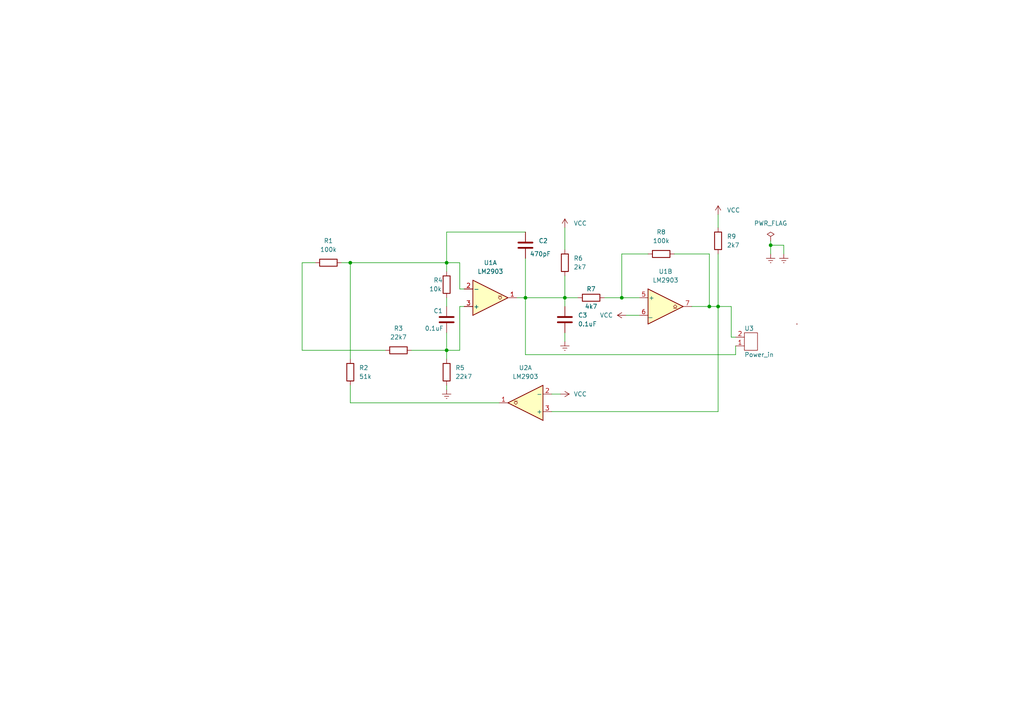
<source format=kicad_sch>
(kicad_sch (version 20211123) (generator eeschema)

  (uuid 9379949c-ce07-4463-a3ce-97d028ce48b4)

  (paper "A4")

  (title_block
    (title "Voltage Controlled Oscillator")
    (date "2022-05-14")
    (rev "v1.1")
    (company "zhrzkn")
  )

  (lib_symbols
    (symbol "Comparator:LM2903" (pin_names (offset 0.127)) (in_bom yes) (on_board yes)
      (property "Reference" "U" (id 0) (at 3.81 3.81 0)
        (effects (font (size 1.27 1.27)))
      )
      (property "Value" "LM2903" (id 1) (at 6.35 -3.81 0)
        (effects (font (size 1.27 1.27)))
      )
      (property "Footprint" "" (id 2) (at 0 0 0)
        (effects (font (size 1.27 1.27)) hide)
      )
      (property "Datasheet" "http://www.ti.com/lit/ds/symlink/lm393.pdf" (id 3) (at 0 0 0)
        (effects (font (size 1.27 1.27)) hide)
      )
      (property "ki_locked" "" (id 4) (at 0 0 0)
        (effects (font (size 1.27 1.27)))
      )
      (property "ki_keywords" "cmp open collector" (id 5) (at 0 0 0)
        (effects (font (size 1.27 1.27)) hide)
      )
      (property "ki_description" "Low-Power, Low-Offset Voltage, Dual Comparators, DIP-8/SOIC-8/SOP-8/TSSOP-8/VSSOP-8" (id 6) (at 0 0 0)
        (effects (font (size 1.27 1.27)) hide)
      )
      (property "ki_fp_filters" "SOIC*3.9x4.9mm*P1.27mm* DIP*W7.62mm* SOP*5.28x5.23mm*P1.27mm* VSSOP*3.0x3.0mm*P0.65mm* TSSOP*4.4x3mm*P0.65mm*" (id 7) (at 0 0 0)
        (effects (font (size 1.27 1.27)) hide)
      )
      (symbol "LM2903_1_1"
        (polyline
          (pts
            (xy -5.08 5.08)
            (xy 5.08 0)
            (xy -5.08 -5.08)
            (xy -5.08 5.08)
          )
          (stroke (width 0.254) (type default) (color 0 0 0 0))
          (fill (type background))
        )
        (polyline
          (pts
            (xy 3.302 -0.508)
            (xy 2.794 -0.508)
            (xy 3.302 0)
            (xy 2.794 0.508)
            (xy 2.286 0)
            (xy 2.794 -0.508)
            (xy 2.286 -0.508)
          )
          (stroke (width 0.127) (type default) (color 0 0 0 0))
          (fill (type none))
        )
        (pin open_collector line (at 7.62 0 180) (length 2.54)
          (name "~" (effects (font (size 1.27 1.27))))
          (number "1" (effects (font (size 1.27 1.27))))
        )
        (pin input line (at -7.62 -2.54 0) (length 2.54)
          (name "-" (effects (font (size 1.27 1.27))))
          (number "2" (effects (font (size 1.27 1.27))))
        )
        (pin input line (at -7.62 2.54 0) (length 2.54)
          (name "+" (effects (font (size 1.27 1.27))))
          (number "3" (effects (font (size 1.27 1.27))))
        )
      )
      (symbol "LM2903_2_1"
        (polyline
          (pts
            (xy -5.08 5.08)
            (xy 5.08 0)
            (xy -5.08 -5.08)
            (xy -5.08 5.08)
          )
          (stroke (width 0.254) (type default) (color 0 0 0 0))
          (fill (type background))
        )
        (polyline
          (pts
            (xy 3.302 -0.508)
            (xy 2.794 -0.508)
            (xy 3.302 0)
            (xy 2.794 0.508)
            (xy 2.286 0)
            (xy 2.794 -0.508)
            (xy 2.286 -0.508)
          )
          (stroke (width 0.127) (type default) (color 0 0 0 0))
          (fill (type none))
        )
        (pin input line (at -7.62 2.54 0) (length 2.54)
          (name "+" (effects (font (size 1.27 1.27))))
          (number "5" (effects (font (size 1.27 1.27))))
        )
        (pin input line (at -7.62 -2.54 0) (length 2.54)
          (name "_" (effects (font (size 1.27 1.27))))
          (number "6" (effects (font (size 1.27 1.27))))
        )
        (pin open_collector line (at 7.62 0 180) (length 2.54)
          (name "~" (effects (font (size 1.27 1.27))))
          (number "7" (effects (font (size 1.27 1.27))))
        )
      )
      (symbol "LM2903_3_1"
        (pin power_in line (at -2.54 -7.62 90) (length 3.81)
          (name "V-" (effects (font (size 1.27 1.27))))
          (number "4" (effects (font (size 1.27 1.27))))
        )
        (pin power_in line (at -2.54 7.62 270) (length 3.81)
          (name "V+" (effects (font (size 1.27 1.27))))
          (number "8" (effects (font (size 1.27 1.27))))
        )
      )
    )
    (symbol "Device:C" (pin_numbers hide) (pin_names (offset 0.254)) (in_bom yes) (on_board yes)
      (property "Reference" "C" (id 0) (at 0.635 2.54 0)
        (effects (font (size 1.27 1.27)) (justify left))
      )
      (property "Value" "C" (id 1) (at 0.635 -2.54 0)
        (effects (font (size 1.27 1.27)) (justify left))
      )
      (property "Footprint" "" (id 2) (at 0.9652 -3.81 0)
        (effects (font (size 1.27 1.27)) hide)
      )
      (property "Datasheet" "~" (id 3) (at 0 0 0)
        (effects (font (size 1.27 1.27)) hide)
      )
      (property "ki_keywords" "cap capacitor" (id 4) (at 0 0 0)
        (effects (font (size 1.27 1.27)) hide)
      )
      (property "ki_description" "Unpolarized capacitor" (id 5) (at 0 0 0)
        (effects (font (size 1.27 1.27)) hide)
      )
      (property "ki_fp_filters" "C_*" (id 6) (at 0 0 0)
        (effects (font (size 1.27 1.27)) hide)
      )
      (symbol "C_0_1"
        (polyline
          (pts
            (xy -2.032 -0.762)
            (xy 2.032 -0.762)
          )
          (stroke (width 0.508) (type default) (color 0 0 0 0))
          (fill (type none))
        )
        (polyline
          (pts
            (xy -2.032 0.762)
            (xy 2.032 0.762)
          )
          (stroke (width 0.508) (type default) (color 0 0 0 0))
          (fill (type none))
        )
      )
      (symbol "C_1_1"
        (pin passive line (at 0 3.81 270) (length 2.794)
          (name "~" (effects (font (size 1.27 1.27))))
          (number "1" (effects (font (size 1.27 1.27))))
        )
        (pin passive line (at 0 -3.81 90) (length 2.794)
          (name "~" (effects (font (size 1.27 1.27))))
          (number "2" (effects (font (size 1.27 1.27))))
        )
      )
    )
    (symbol "Device:R" (pin_numbers hide) (pin_names (offset 0)) (in_bom yes) (on_board yes)
      (property "Reference" "R" (id 0) (at 2.032 0 90)
        (effects (font (size 1.27 1.27)))
      )
      (property "Value" "R" (id 1) (at 0 0 90)
        (effects (font (size 1.27 1.27)))
      )
      (property "Footprint" "" (id 2) (at -1.778 0 90)
        (effects (font (size 1.27 1.27)) hide)
      )
      (property "Datasheet" "~" (id 3) (at 0 0 0)
        (effects (font (size 1.27 1.27)) hide)
      )
      (property "ki_keywords" "R res resistor" (id 4) (at 0 0 0)
        (effects (font (size 1.27 1.27)) hide)
      )
      (property "ki_description" "Resistor" (id 5) (at 0 0 0)
        (effects (font (size 1.27 1.27)) hide)
      )
      (property "ki_fp_filters" "R_*" (id 6) (at 0 0 0)
        (effects (font (size 1.27 1.27)) hide)
      )
      (symbol "R_0_1"
        (rectangle (start -1.016 -2.54) (end 1.016 2.54)
          (stroke (width 0.254) (type default) (color 0 0 0 0))
          (fill (type none))
        )
      )
      (symbol "R_1_1"
        (pin passive line (at 0 3.81 270) (length 1.27)
          (name "~" (effects (font (size 1.27 1.27))))
          (number "1" (effects (font (size 1.27 1.27))))
        )
        (pin passive line (at 0 -3.81 90) (length 1.27)
          (name "~" (effects (font (size 1.27 1.27))))
          (number "2" (effects (font (size 1.27 1.27))))
        )
      )
    )
    (symbol "extra_library:Power_in" (in_bom yes) (on_board yes)
      (property "Reference" "U" (id 0) (at -1.27 1.27 0)
        (effects (font (size 1.27 1.27)))
      )
      (property "Value" "Power_in" (id 1) (at 2.54 -6.35 0)
        (effects (font (size 1.27 1.27)))
      )
      (property "Footprint" "" (id 2) (at 0 0 0)
        (effects (font (size 1.27 1.27)) hide)
      )
      (property "Datasheet" "" (id 3) (at 0 0 0)
        (effects (font (size 1.27 1.27)) hide)
      )
      (symbol "Power_in_0_1"
        (rectangle (start 0 0) (end 3.81 -5.08)
          (stroke (width 0) (type default) (color 0 0 0 0))
          (fill (type none))
        )
        (circle (center 15.24 2.54) (radius 0.0001)
          (stroke (width 0) (type default) (color 0 0 0 0))
          (fill (type none))
        )
      )
      (symbol "Power_in_1_1"
        (pin input line (at -2.54 -3.81 0) (length 2.54)
          (name "" (effects (font (size 1.27 1.27))))
          (number "1" (effects (font (size 1.27 1.27))))
        )
        (pin input line (at -2.54 -1.27 0) (length 2.54)
          (name "" (effects (font (size 1.27 1.27))))
          (number "2" (effects (font (size 1.27 1.27))))
        )
      )
    )
    (symbol "power:Earth" (power) (pin_names (offset 0)) (in_bom yes) (on_board yes)
      (property "Reference" "#PWR" (id 0) (at 0 -6.35 0)
        (effects (font (size 1.27 1.27)) hide)
      )
      (property "Value" "Earth" (id 1) (at 0 -3.81 0)
        (effects (font (size 1.27 1.27)) hide)
      )
      (property "Footprint" "" (id 2) (at 0 0 0)
        (effects (font (size 1.27 1.27)) hide)
      )
      (property "Datasheet" "~" (id 3) (at 0 0 0)
        (effects (font (size 1.27 1.27)) hide)
      )
      (property "ki_keywords" "power-flag ground gnd" (id 4) (at 0 0 0)
        (effects (font (size 1.27 1.27)) hide)
      )
      (property "ki_description" "Power symbol creates a global label with name \"Earth\"" (id 5) (at 0 0 0)
        (effects (font (size 1.27 1.27)) hide)
      )
      (symbol "Earth_0_1"
        (polyline
          (pts
            (xy -0.635 -1.905)
            (xy 0.635 -1.905)
          )
          (stroke (width 0) (type default) (color 0 0 0 0))
          (fill (type none))
        )
        (polyline
          (pts
            (xy -0.127 -2.54)
            (xy 0.127 -2.54)
          )
          (stroke (width 0) (type default) (color 0 0 0 0))
          (fill (type none))
        )
        (polyline
          (pts
            (xy 0 -1.27)
            (xy 0 0)
          )
          (stroke (width 0) (type default) (color 0 0 0 0))
          (fill (type none))
        )
        (polyline
          (pts
            (xy 1.27 -1.27)
            (xy -1.27 -1.27)
          )
          (stroke (width 0) (type default) (color 0 0 0 0))
          (fill (type none))
        )
      )
      (symbol "Earth_1_1"
        (pin power_in line (at 0 0 270) (length 0) hide
          (name "Earth" (effects (font (size 1.27 1.27))))
          (number "1" (effects (font (size 1.27 1.27))))
        )
      )
    )
    (symbol "power:PWR_FLAG" (power) (pin_numbers hide) (pin_names (offset 0) hide) (in_bom yes) (on_board yes)
      (property "Reference" "#FLG" (id 0) (at 0 1.905 0)
        (effects (font (size 1.27 1.27)) hide)
      )
      (property "Value" "PWR_FLAG" (id 1) (at 0 3.81 0)
        (effects (font (size 1.27 1.27)))
      )
      (property "Footprint" "" (id 2) (at 0 0 0)
        (effects (font (size 1.27 1.27)) hide)
      )
      (property "Datasheet" "~" (id 3) (at 0 0 0)
        (effects (font (size 1.27 1.27)) hide)
      )
      (property "ki_keywords" "power-flag" (id 4) (at 0 0 0)
        (effects (font (size 1.27 1.27)) hide)
      )
      (property "ki_description" "Special symbol for telling ERC where power comes from" (id 5) (at 0 0 0)
        (effects (font (size 1.27 1.27)) hide)
      )
      (symbol "PWR_FLAG_0_0"
        (pin power_out line (at 0 0 90) (length 0)
          (name "pwr" (effects (font (size 1.27 1.27))))
          (number "1" (effects (font (size 1.27 1.27))))
        )
      )
      (symbol "PWR_FLAG_0_1"
        (polyline
          (pts
            (xy 0 0)
            (xy 0 1.27)
            (xy -1.016 1.905)
            (xy 0 2.54)
            (xy 1.016 1.905)
            (xy 0 1.27)
          )
          (stroke (width 0) (type default) (color 0 0 0 0))
          (fill (type none))
        )
      )
    )
    (symbol "power:VCC" (power) (pin_names (offset 0)) (in_bom yes) (on_board yes)
      (property "Reference" "#PWR" (id 0) (at 0 -3.81 0)
        (effects (font (size 1.27 1.27)) hide)
      )
      (property "Value" "VCC" (id 1) (at 0 3.81 0)
        (effects (font (size 1.27 1.27)))
      )
      (property "Footprint" "" (id 2) (at 0 0 0)
        (effects (font (size 1.27 1.27)) hide)
      )
      (property "Datasheet" "" (id 3) (at 0 0 0)
        (effects (font (size 1.27 1.27)) hide)
      )
      (property "ki_keywords" "power-flag" (id 4) (at 0 0 0)
        (effects (font (size 1.27 1.27)) hide)
      )
      (property "ki_description" "Power symbol creates a global label with name \"VCC\"" (id 5) (at 0 0 0)
        (effects (font (size 1.27 1.27)) hide)
      )
      (symbol "VCC_0_1"
        (polyline
          (pts
            (xy -0.762 1.27)
            (xy 0 2.54)
          )
          (stroke (width 0) (type default) (color 0 0 0 0))
          (fill (type none))
        )
        (polyline
          (pts
            (xy 0 0)
            (xy 0 2.54)
          )
          (stroke (width 0) (type default) (color 0 0 0 0))
          (fill (type none))
        )
        (polyline
          (pts
            (xy 0 2.54)
            (xy 0.762 1.27)
          )
          (stroke (width 0) (type default) (color 0 0 0 0))
          (fill (type none))
        )
      )
      (symbol "VCC_1_1"
        (pin power_in line (at 0 0 90) (length 0) hide
          (name "VCC" (effects (font (size 1.27 1.27))))
          (number "1" (effects (font (size 1.27 1.27))))
        )
      )
    )
  )

  (junction (at 205.74 88.9) (diameter 0) (color 0 0 0 0)
    (uuid 0a0e8313-ab8a-4762-8319-ad6926d4cf23)
  )
  (junction (at 163.83 86.36) (diameter 0) (color 0 0 0 0)
    (uuid 14577642-e508-403e-9da7-568bec89bf76)
  )
  (junction (at 208.28 88.9) (diameter 0) (color 0 0 0 0)
    (uuid 1af8cd9b-2ce0-47e7-818a-7ee5c6fa731c)
  )
  (junction (at 101.6 76.2) (diameter 0) (color 0 0 0 0)
    (uuid 42a6cf4b-1144-4a06-bfbf-0faad6eb877d)
  )
  (junction (at 129.54 101.6) (diameter 0) (color 0 0 0 0)
    (uuid 4823fb8f-7a7e-469f-abb9-f1cf9f04c2fb)
  )
  (junction (at 180.34 86.36) (diameter 0) (color 0 0 0 0)
    (uuid a05b5019-1081-482e-84e1-9a87fb99fd68)
  )
  (junction (at 129.54 76.2) (diameter 0) (color 0 0 0 0)
    (uuid e8262819-20e1-4159-b254-9dca0de99d76)
  )
  (junction (at 152.4 86.36) (diameter 0) (color 0 0 0 0)
    (uuid f71d3f7c-8d00-4e79-8243-a487c5449c0c)
  )
  (junction (at 223.52 71.12) (diameter 0) (color 0 0 0 0)
    (uuid f9696d4c-54f2-447d-b90e-001de9c63a5b)
  )

  (wire (pts (xy 212.09 97.79) (xy 212.09 88.9))
    (stroke (width 0) (type default) (color 0 0 0 0))
    (uuid 04c11feb-3b06-4f23-881d-c1a6d9cb3415)
  )
  (wire (pts (xy 227.33 71.12) (xy 223.52 71.12))
    (stroke (width 0) (type default) (color 0 0 0 0))
    (uuid 0c9590ba-23c6-4cfa-af31-afeba00f7ea4)
  )
  (wire (pts (xy 91.44 76.2) (xy 87.63 76.2))
    (stroke (width 0) (type default) (color 0 0 0 0))
    (uuid 0d3288e4-51c7-4b3d-a112-ebc6e2985d2c)
  )
  (wire (pts (xy 227.33 73.66) (xy 227.33 71.12))
    (stroke (width 0) (type default) (color 0 0 0 0))
    (uuid 0ed5e64f-aaa2-4e1b-afe2-01fe7af2ac42)
  )
  (wire (pts (xy 208.28 88.9) (xy 205.74 88.9))
    (stroke (width 0) (type default) (color 0 0 0 0))
    (uuid 12a1751a-9322-46ff-8bc4-3874000c422c)
  )
  (wire (pts (xy 181.61 91.44) (xy 185.42 91.44))
    (stroke (width 0) (type default) (color 0 0 0 0))
    (uuid 146377ec-2921-4bc2-855e-f5e7f55a6b1c)
  )
  (wire (pts (xy 101.6 76.2) (xy 101.6 104.14))
    (stroke (width 0) (type default) (color 0 0 0 0))
    (uuid 14ae8a2f-82d9-4f01-a4e7-b5fbbaf89a87)
  )
  (wire (pts (xy 87.63 76.2) (xy 87.63 101.6))
    (stroke (width 0) (type default) (color 0 0 0 0))
    (uuid 14f34684-b039-4332-a9a8-2692268f2499)
  )
  (wire (pts (xy 99.06 76.2) (xy 101.6 76.2))
    (stroke (width 0) (type default) (color 0 0 0 0))
    (uuid 1c4726bc-fe0b-4d45-a09e-4be73945b538)
  )
  (wire (pts (xy 129.54 111.76) (xy 129.54 113.03))
    (stroke (width 0) (type default) (color 0 0 0 0))
    (uuid 1c8eae36-3bdc-4a37-b37f-6d79a90917d4)
  )
  (wire (pts (xy 180.34 73.66) (xy 180.34 86.36))
    (stroke (width 0) (type default) (color 0 0 0 0))
    (uuid 1e460de2-0961-4204-a044-eb108819a524)
  )
  (wire (pts (xy 163.83 96.52) (xy 163.83 99.06))
    (stroke (width 0) (type default) (color 0 0 0 0))
    (uuid 21b299b4-74ed-45d2-85c1-7cd32767f80f)
  )
  (wire (pts (xy 208.28 119.38) (xy 208.28 88.9))
    (stroke (width 0) (type default) (color 0 0 0 0))
    (uuid 229b36ac-5b66-448d-8187-f8256e3aeeba)
  )
  (wire (pts (xy 160.02 119.38) (xy 208.28 119.38))
    (stroke (width 0) (type default) (color 0 0 0 0))
    (uuid 28d43441-9e5e-4adf-8d3c-8ff8be863a36)
  )
  (wire (pts (xy 187.96 73.66) (xy 180.34 73.66))
    (stroke (width 0) (type default) (color 0 0 0 0))
    (uuid 29304886-e892-45bc-835e-c31ab6f0018b)
  )
  (wire (pts (xy 205.74 88.9) (xy 200.66 88.9))
    (stroke (width 0) (type default) (color 0 0 0 0))
    (uuid 2bdb4b76-7ea7-45ff-b612-b3d5e7af2576)
  )
  (wire (pts (xy 223.52 71.12) (xy 223.52 73.66))
    (stroke (width 0) (type default) (color 0 0 0 0))
    (uuid 2df86115-68c1-4b9b-852d-214bd015a78d)
  )
  (wire (pts (xy 129.54 76.2) (xy 133.35 76.2))
    (stroke (width 0) (type default) (color 0 0 0 0))
    (uuid 2e7276dd-7c5b-4686-b4c6-29bc57a10967)
  )
  (wire (pts (xy 195.58 73.66) (xy 205.74 73.66))
    (stroke (width 0) (type default) (color 0 0 0 0))
    (uuid 2fbcecb6-4142-4860-84e3-00a332ed4aef)
  )
  (wire (pts (xy 152.4 74.93) (xy 152.4 86.36))
    (stroke (width 0) (type default) (color 0 0 0 0))
    (uuid 356ee5e1-1a3d-4c1e-90ea-cacb3cec41b0)
  )
  (wire (pts (xy 175.26 86.36) (xy 180.34 86.36))
    (stroke (width 0) (type default) (color 0 0 0 0))
    (uuid 374b7b21-2bf1-4452-9804-43752d5bb641)
  )
  (wire (pts (xy 208.28 73.66) (xy 208.28 88.9))
    (stroke (width 0) (type default) (color 0 0 0 0))
    (uuid 39cba4c2-a111-47a9-8eba-a075b3de3f03)
  )
  (wire (pts (xy 133.35 83.82) (xy 134.62 83.82))
    (stroke (width 0) (type default) (color 0 0 0 0))
    (uuid 3e5823a1-12ae-4c1e-af76-cc5f005dda03)
  )
  (wire (pts (xy 205.74 73.66) (xy 205.74 88.9))
    (stroke (width 0) (type default) (color 0 0 0 0))
    (uuid 50467fa7-571f-42bf-9838-5e89184d1cc2)
  )
  (wire (pts (xy 163.83 80.01) (xy 163.83 86.36))
    (stroke (width 0) (type default) (color 0 0 0 0))
    (uuid 52d1d93b-20cc-4d24-bf5b-80083d367f98)
  )
  (wire (pts (xy 163.83 66.04) (xy 163.83 72.39))
    (stroke (width 0) (type default) (color 0 0 0 0))
    (uuid 5374b7c2-def7-4d9d-8276-c95b4c1ecd94)
  )
  (wire (pts (xy 119.38 101.6) (xy 129.54 101.6))
    (stroke (width 0) (type default) (color 0 0 0 0))
    (uuid 53a0e3a9-a30d-4c85-89fb-adbe6def3e8b)
  )
  (wire (pts (xy 87.63 101.6) (xy 111.76 101.6))
    (stroke (width 0) (type default) (color 0 0 0 0))
    (uuid 5a1925a7-e08e-42c1-9f0e-813fc2093184)
  )
  (wire (pts (xy 101.6 76.2) (xy 129.54 76.2))
    (stroke (width 0) (type default) (color 0 0 0 0))
    (uuid 64277b1c-4491-4c44-a5ef-76b747c52917)
  )
  (wire (pts (xy 152.4 67.31) (xy 129.54 67.31))
    (stroke (width 0) (type default) (color 0 0 0 0))
    (uuid 654a1c62-ea14-4e44-b08a-68b941629217)
  )
  (wire (pts (xy 180.34 86.36) (xy 185.42 86.36))
    (stroke (width 0) (type default) (color 0 0 0 0))
    (uuid 6a13b6e6-c9d0-4e37-90f6-baf0e1c6067f)
  )
  (wire (pts (xy 213.36 102.87) (xy 213.36 100.33))
    (stroke (width 0) (type default) (color 0 0 0 0))
    (uuid 6d53e674-1276-4d5a-9b5b-7a8d5b464765)
  )
  (wire (pts (xy 101.6 111.76) (xy 101.6 116.84))
    (stroke (width 0) (type default) (color 0 0 0 0))
    (uuid 6f0c4d64-508d-49d9-862f-86ff02b04220)
  )
  (wire (pts (xy 223.52 69.85) (xy 223.52 71.12))
    (stroke (width 0) (type default) (color 0 0 0 0))
    (uuid 74df88e0-439c-472c-89b9-e3cfb61d1be1)
  )
  (wire (pts (xy 133.35 88.9) (xy 133.35 101.6))
    (stroke (width 0) (type default) (color 0 0 0 0))
    (uuid 7c9b8b86-61ce-4dda-b6dc-bf9a3023379a)
  )
  (wire (pts (xy 208.28 62.23) (xy 208.28 66.04))
    (stroke (width 0) (type default) (color 0 0 0 0))
    (uuid 80f784c5-a902-4e0b-aded-5905cb44a02e)
  )
  (wire (pts (xy 101.6 116.84) (xy 144.78 116.84))
    (stroke (width 0) (type default) (color 0 0 0 0))
    (uuid 85f6ff05-7860-4da3-b78e-d7e2b907b578)
  )
  (wire (pts (xy 133.35 88.9) (xy 134.62 88.9))
    (stroke (width 0) (type default) (color 0 0 0 0))
    (uuid 86e0a5e2-9138-47b4-ab06-cc74e2a55314)
  )
  (wire (pts (xy 213.36 102.87) (xy 152.4 102.87))
    (stroke (width 0) (type default) (color 0 0 0 0))
    (uuid 8fa6ec3a-cc76-490e-abd7-30e01d942248)
  )
  (wire (pts (xy 129.54 101.6) (xy 129.54 104.14))
    (stroke (width 0) (type default) (color 0 0 0 0))
    (uuid 956b87da-8a7b-46be-a380-26b0438a6216)
  )
  (wire (pts (xy 213.36 97.79) (xy 212.09 97.79))
    (stroke (width 0) (type default) (color 0 0 0 0))
    (uuid 96dc4ab9-b90c-4161-8e74-71bdb68964d3)
  )
  (wire (pts (xy 212.09 88.9) (xy 208.28 88.9))
    (stroke (width 0) (type default) (color 0 0 0 0))
    (uuid a0265201-9fb7-47c8-a0b8-cac37e88f6d9)
  )
  (wire (pts (xy 163.83 86.36) (xy 163.83 88.9))
    (stroke (width 0) (type default) (color 0 0 0 0))
    (uuid a10bfb89-16f4-4cc5-a1a4-b20546f6320c)
  )
  (wire (pts (xy 129.54 86.36) (xy 129.54 88.9))
    (stroke (width 0) (type default) (color 0 0 0 0))
    (uuid a2e0ece1-04f9-49ed-8e2d-39f593f94e98)
  )
  (wire (pts (xy 152.4 86.36) (xy 163.83 86.36))
    (stroke (width 0) (type default) (color 0 0 0 0))
    (uuid a7092a82-9253-406b-83c5-81187a483f35)
  )
  (wire (pts (xy 129.54 67.31) (xy 129.54 76.2))
    (stroke (width 0) (type default) (color 0 0 0 0))
    (uuid ad77b146-2b70-4a1a-a54e-4046941dcfa0)
  )
  (wire (pts (xy 163.83 86.36) (xy 167.64 86.36))
    (stroke (width 0) (type default) (color 0 0 0 0))
    (uuid b22dfdfd-e834-416e-8cdc-5d8694a243f7)
  )
  (wire (pts (xy 133.35 76.2) (xy 133.35 83.82))
    (stroke (width 0) (type default) (color 0 0 0 0))
    (uuid b92febcd-9073-4878-b010-4431b2c8d9db)
  )
  (wire (pts (xy 160.02 114.3) (xy 162.56 114.3))
    (stroke (width 0) (type default) (color 0 0 0 0))
    (uuid c9393364-38fe-4136-9763-489a520889af)
  )
  (wire (pts (xy 149.86 86.36) (xy 152.4 86.36))
    (stroke (width 0) (type default) (color 0 0 0 0))
    (uuid d9eabd76-b3e9-4451-8b98-1719f1f8c370)
  )
  (wire (pts (xy 152.4 102.87) (xy 152.4 86.36))
    (stroke (width 0) (type default) (color 0 0 0 0))
    (uuid e74e669e-0e9e-4186-8c15-7293b071404b)
  )
  (wire (pts (xy 129.54 101.6) (xy 129.54 96.52))
    (stroke (width 0) (type default) (color 0 0 0 0))
    (uuid e896f3cf-27e5-4067-bbe7-72290e4d12c7)
  )
  (wire (pts (xy 129.54 76.2) (xy 129.54 78.74))
    (stroke (width 0) (type default) (color 0 0 0 0))
    (uuid eb78b46f-68be-401c-8d74-3d744c70e326)
  )
  (wire (pts (xy 133.35 101.6) (xy 129.54 101.6))
    (stroke (width 0) (type default) (color 0 0 0 0))
    (uuid fc5285ac-2a73-4d4b-a44e-5239f69465c2)
  )

  (symbol (lib_id "Device:R") (at 163.83 76.2 180) (unit 1)
    (in_bom yes) (on_board yes) (fields_autoplaced)
    (uuid 08411d01-ca16-40ca-ab20-b7d007276f38)
    (property "Reference" "R6" (id 0) (at 166.37 74.9299 0)
      (effects (font (size 1.27 1.27)) (justify right))
    )
    (property "Value" "2k7" (id 1) (at 166.37 77.4699 0)
      (effects (font (size 1.27 1.27)) (justify right))
    )
    (property "Footprint" "Resistor_THT:R_Axial_DIN0204_L3.6mm_D1.6mm_P5.08mm_Horizontal" (id 2) (at 165.608 76.2 90)
      (effects (font (size 1.27 1.27)) hide)
    )
    (property "Datasheet" "~" (id 3) (at 163.83 76.2 0)
      (effects (font (size 1.27 1.27)) hide)
    )
    (pin "1" (uuid 1f813169-9d40-4dee-bc89-33c92ee25b32))
    (pin "2" (uuid 8db26367-9c8d-48f8-9f9b-87a5f3d899ea))
  )

  (symbol (lib_id "Comparator:LM2903") (at 152.4 116.84 180) (unit 1)
    (in_bom yes) (on_board yes) (fields_autoplaced)
    (uuid 0b758733-287f-48af-9a77-383de6a71ef9)
    (property "Reference" "U2" (id 0) (at 152.4 106.68 0))
    (property "Value" "LM2903" (id 1) (at 152.4 109.22 0))
    (property "Footprint" "Package_SO:SOIC-8-1EP_3.9x4.9mm_P1.27mm_EP2.29x3mm" (id 2) (at 152.4 116.84 0)
      (effects (font (size 1.27 1.27)) hide)
    )
    (property "Datasheet" "http://www.ti.com/lit/ds/symlink/lm393.pdf" (id 3) (at 152.4 116.84 0)
      (effects (font (size 1.27 1.27)) hide)
    )
    (pin "1" (uuid 770f41fb-73f7-4217-b34d-d5916bd58992))
    (pin "2" (uuid 4408261e-add9-45b1-b64e-d89c56572e85))
    (pin "3" (uuid 9331a5d9-5cf3-48fd-af62-0b35932ff878))
    (pin "5" (uuid 6bf161a9-6b79-4ea1-817b-e79e6bff06e8))
    (pin "6" (uuid be4078ad-291d-44c4-89aa-3c70902b5d02))
    (pin "7" (uuid afee544f-02ec-42d6-8a81-77ac72d3d3d4))
    (pin "4" (uuid 5e2c847b-8f2c-4a09-9ad6-87a73cdd96aa))
    (pin "8" (uuid dbd10f5c-cfc4-43f9-9d3a-1b9fd4c45ae1))
  )

  (symbol (lib_id "Device:R") (at 115.57 101.6 90) (unit 1)
    (in_bom yes) (on_board yes) (fields_autoplaced)
    (uuid 16d9be21-d8d7-41ed-9c83-39a9305b4d22)
    (property "Reference" "R3" (id 0) (at 115.57 95.25 90))
    (property "Value" "22k7" (id 1) (at 115.57 97.79 90))
    (property "Footprint" "Resistor_THT:R_Axial_DIN0204_L3.6mm_D1.6mm_P5.08mm_Horizontal" (id 2) (at 115.57 103.378 90)
      (effects (font (size 1.27 1.27)) hide)
    )
    (property "Datasheet" "~" (id 3) (at 115.57 101.6 0)
      (effects (font (size 1.27 1.27)) hide)
    )
    (pin "1" (uuid b7dd83b1-1699-4013-af49-207794f755b8))
    (pin "2" (uuid aed286a2-bc0e-447c-8769-9ef0f1b257a3))
  )

  (symbol (lib_id "power:PWR_FLAG") (at 223.52 69.85 0) (unit 1)
    (in_bom yes) (on_board yes) (fields_autoplaced)
    (uuid 1fb72b30-27ad-42e0-96e0-42f650776f38)
    (property "Reference" "#FLG01" (id 0) (at 223.52 67.945 0)
      (effects (font (size 1.27 1.27)) hide)
    )
    (property "Value" "PWR_FLAG" (id 1) (at 223.52 64.77 0))
    (property "Footprint" "" (id 2) (at 223.52 69.85 0)
      (effects (font (size 1.27 1.27)) hide)
    )
    (property "Datasheet" "~" (id 3) (at 223.52 69.85 0)
      (effects (font (size 1.27 1.27)) hide)
    )
    (pin "1" (uuid 23a7b4c6-f8a6-446a-a421-2448550cf676))
  )

  (symbol (lib_id "Device:C") (at 152.4 71.12 0) (unit 1)
    (in_bom yes) (on_board yes)
    (uuid 21768977-4071-4086-a0b7-2a891b7ef75c)
    (property "Reference" "C2" (id 0) (at 156.21 69.8499 0)
      (effects (font (size 1.27 1.27)) (justify left))
    )
    (property "Value" "470pF" (id 1) (at 153.67 73.66 0)
      (effects (font (size 1.27 1.27)) (justify left))
    )
    (property "Footprint" "Capacitor_THT:C_Disc_D3.0mm_W1.6mm_P2.50mm" (id 2) (at 153.3652 74.93 0)
      (effects (font (size 1.27 1.27)) hide)
    )
    (property "Datasheet" "~" (id 3) (at 152.4 71.12 0)
      (effects (font (size 1.27 1.27)) hide)
    )
    (pin "1" (uuid 1f4c9204-0bf0-420c-a53f-4abb9e9934b1))
    (pin "2" (uuid ba9e7a5b-2deb-4e1e-a9a4-2adcdc4b5f5c))
  )

  (symbol (lib_id "power:Earth") (at 129.54 113.03 0) (unit 1)
    (in_bom yes) (on_board yes) (fields_autoplaced)
    (uuid 21f43687-96f7-4556-8820-1f6aa09ecd5b)
    (property "Reference" "#PWR01" (id 0) (at 129.54 119.38 0)
      (effects (font (size 1.27 1.27)) hide)
    )
    (property "Value" "Earth" (id 1) (at 129.54 116.84 0)
      (effects (font (size 1.27 1.27)) hide)
    )
    (property "Footprint" "" (id 2) (at 129.54 113.03 0)
      (effects (font (size 1.27 1.27)) hide)
    )
    (property "Datasheet" "~" (id 3) (at 129.54 113.03 0)
      (effects (font (size 1.27 1.27)) hide)
    )
    (pin "1" (uuid 90ee7f22-ce91-47ca-a0b4-647e901dda17))
  )

  (symbol (lib_id "Device:R") (at 208.28 69.85 180) (unit 1)
    (in_bom yes) (on_board yes) (fields_autoplaced)
    (uuid 2344456d-0786-4c34-b70e-6e2dcc969f48)
    (property "Reference" "R9" (id 0) (at 210.82 68.5799 0)
      (effects (font (size 1.27 1.27)) (justify right))
    )
    (property "Value" "2k7" (id 1) (at 210.82 71.1199 0)
      (effects (font (size 1.27 1.27)) (justify right))
    )
    (property "Footprint" "Resistor_THT:R_Axial_DIN0204_L3.6mm_D1.6mm_P5.08mm_Horizontal" (id 2) (at 210.058 69.85 90)
      (effects (font (size 1.27 1.27)) hide)
    )
    (property "Datasheet" "~" (id 3) (at 208.28 69.85 0)
      (effects (font (size 1.27 1.27)) hide)
    )
    (pin "1" (uuid 0cbb86b0-f075-4903-9bab-3f10aaf4574f))
    (pin "2" (uuid 4a2a669c-7d82-48b6-91a1-64c23b8f187b))
  )

  (symbol (lib_id "power:Earth") (at 227.33 73.66 0) (unit 1)
    (in_bom yes) (on_board yes) (fields_autoplaced)
    (uuid 327c2322-ffd6-488d-b670-e701ceea17eb)
    (property "Reference" "#PWR08" (id 0) (at 227.33 80.01 0)
      (effects (font (size 1.27 1.27)) hide)
    )
    (property "Value" "Earth" (id 1) (at 227.33 77.47 0)
      (effects (font (size 1.27 1.27)) hide)
    )
    (property "Footprint" "" (id 2) (at 227.33 73.66 0)
      (effects (font (size 1.27 1.27)) hide)
    )
    (property "Datasheet" "~" (id 3) (at 227.33 73.66 0)
      (effects (font (size 1.27 1.27)) hide)
    )
    (pin "1" (uuid cd7f6f26-470a-4972-9c9d-9bfc89424d70))
  )

  (symbol (lib_id "power:VCC") (at 208.28 62.23 0) (unit 1)
    (in_bom yes) (on_board yes) (fields_autoplaced)
    (uuid 37f9cbdd-1dd4-4c0d-9358-893ae59bd0d1)
    (property "Reference" "#PWR06" (id 0) (at 208.28 66.04 0)
      (effects (font (size 1.27 1.27)) hide)
    )
    (property "Value" "VCC" (id 1) (at 210.82 60.9599 0)
      (effects (font (size 1.27 1.27)) (justify left))
    )
    (property "Footprint" "" (id 2) (at 208.28 62.23 0)
      (effects (font (size 1.27 1.27)) hide)
    )
    (property "Datasheet" "" (id 3) (at 208.28 62.23 0)
      (effects (font (size 1.27 1.27)) hide)
    )
    (pin "1" (uuid cc07b829-460b-47b4-b038-66aab1a201ed))
  )

  (symbol (lib_id "Device:R") (at 171.45 86.36 90) (unit 1)
    (in_bom yes) (on_board yes)
    (uuid 46133f28-3c0c-42f9-bc6d-7861a0b6c4ff)
    (property "Reference" "R7" (id 0) (at 171.45 83.82 90))
    (property "Value" "4k7" (id 1) (at 171.45 88.9 90))
    (property "Footprint" "Resistor_THT:R_Axial_DIN0204_L3.6mm_D1.6mm_P5.08mm_Horizontal" (id 2) (at 171.45 88.138 90)
      (effects (font (size 1.27 1.27)) hide)
    )
    (property "Datasheet" "~" (id 3) (at 171.45 86.36 0)
      (effects (font (size 1.27 1.27)) hide)
    )
    (pin "1" (uuid 260d3f0f-11b5-48eb-b494-bf5b1ee320cd))
    (pin "2" (uuid b89b64c2-f6d9-4775-87f4-2920ad8e9229))
  )

  (symbol (lib_id "power:VCC") (at 163.83 66.04 0) (unit 1)
    (in_bom yes) (on_board yes) (fields_autoplaced)
    (uuid 5441835c-afd4-4854-af33-758b58805255)
    (property "Reference" "#PWR03" (id 0) (at 163.83 69.85 0)
      (effects (font (size 1.27 1.27)) hide)
    )
    (property "Value" "VCC" (id 1) (at 166.37 64.7699 0)
      (effects (font (size 1.27 1.27)) (justify left))
    )
    (property "Footprint" "" (id 2) (at 163.83 66.04 0)
      (effects (font (size 1.27 1.27)) hide)
    )
    (property "Datasheet" "" (id 3) (at 163.83 66.04 0)
      (effects (font (size 1.27 1.27)) hide)
    )
    (pin "1" (uuid 3cc514ac-e757-4fb2-8932-1cf3eec0bb92))
  )

  (symbol (lib_id "Device:R") (at 129.54 107.95 180) (unit 1)
    (in_bom yes) (on_board yes) (fields_autoplaced)
    (uuid 57c8c602-5e6b-485c-83bb-5f3fadc3b179)
    (property "Reference" "R5" (id 0) (at 132.08 106.6799 0)
      (effects (font (size 1.27 1.27)) (justify right))
    )
    (property "Value" "22k7" (id 1) (at 132.08 109.2199 0)
      (effects (font (size 1.27 1.27)) (justify right))
    )
    (property "Footprint" "Resistor_THT:R_Axial_DIN0204_L3.6mm_D1.6mm_P5.08mm_Horizontal" (id 2) (at 131.318 107.95 90)
      (effects (font (size 1.27 1.27)) hide)
    )
    (property "Datasheet" "~" (id 3) (at 129.54 107.95 0)
      (effects (font (size 1.27 1.27)) hide)
    )
    (pin "1" (uuid 489dd1a5-8275-406b-8006-54b87cd2acce))
    (pin "2" (uuid eed57915-b527-4fb7-9712-57b4577cc841))
  )

  (symbol (lib_id "Device:R") (at 101.6 107.95 180) (unit 1)
    (in_bom yes) (on_board yes) (fields_autoplaced)
    (uuid 586e491e-eb48-4a80-891a-3d8d6a72f152)
    (property "Reference" "R2" (id 0) (at 104.14 106.6799 0)
      (effects (font (size 1.27 1.27)) (justify right))
    )
    (property "Value" "51k" (id 1) (at 104.14 109.2199 0)
      (effects (font (size 1.27 1.27)) (justify right))
    )
    (property "Footprint" "Resistor_THT:R_Axial_DIN0204_L3.6mm_D1.6mm_P5.08mm_Horizontal" (id 2) (at 103.378 107.95 90)
      (effects (font (size 1.27 1.27)) hide)
    )
    (property "Datasheet" "~" (id 3) (at 101.6 107.95 0)
      (effects (font (size 1.27 1.27)) hide)
    )
    (pin "1" (uuid fcab5665-86fd-4079-8950-3aefb2e5b2db))
    (pin "2" (uuid 415f39de-b0ce-407e-8c8b-54112ec1795a))
  )

  (symbol (lib_id "Device:R") (at 129.54 82.55 180) (unit 1)
    (in_bom yes) (on_board yes)
    (uuid 5e6aaaec-4c2f-4a61-b12c-2319e69bd07c)
    (property "Reference" "R4" (id 0) (at 125.73 81.28 0)
      (effects (font (size 1.27 1.27)) (justify right))
    )
    (property "Value" "10k" (id 1) (at 124.46 83.82 0)
      (effects (font (size 1.27 1.27)) (justify right))
    )
    (property "Footprint" "Resistor_THT:R_Axial_DIN0204_L3.6mm_D1.6mm_P5.08mm_Horizontal" (id 2) (at 131.318 82.55 90)
      (effects (font (size 1.27 1.27)) hide)
    )
    (property "Datasheet" "~" (id 3) (at 129.54 82.55 0)
      (effects (font (size 1.27 1.27)) hide)
    )
    (pin "1" (uuid f21685df-df72-4f93-8169-7dc329054716))
    (pin "2" (uuid 569f6de0-70c6-470c-8165-b62c98626984))
  )

  (symbol (lib_id "power:Earth") (at 163.83 99.06 0) (unit 1)
    (in_bom yes) (on_board yes) (fields_autoplaced)
    (uuid 7393662f-2745-4e9c-8ae4-9b15dc174335)
    (property "Reference" "#PWR04" (id 0) (at 163.83 105.41 0)
      (effects (font (size 1.27 1.27)) hide)
    )
    (property "Value" "Earth" (id 1) (at 163.83 102.87 0)
      (effects (font (size 1.27 1.27)) hide)
    )
    (property "Footprint" "" (id 2) (at 163.83 99.06 0)
      (effects (font (size 1.27 1.27)) hide)
    )
    (property "Datasheet" "~" (id 3) (at 163.83 99.06 0)
      (effects (font (size 1.27 1.27)) hide)
    )
    (pin "1" (uuid 99011f07-7577-436b-9556-06661d18e336))
  )

  (symbol (lib_id "extra_library:Power_in") (at 215.9 96.52 0) (unit 1)
    (in_bom yes) (on_board yes)
    (uuid 756f81e6-3a6b-41e2-9a0f-d9224c97bc4c)
    (property "Reference" "U3" (id 0) (at 215.9 95.25 0)
      (effects (font (size 1.27 1.27)) (justify left))
    )
    (property "Value" "Power_in" (id 1) (at 215.9 102.87 0)
      (effects (font (size 1.27 1.27)) (justify left))
    )
    (property "Footprint" "TerminalBlock:TerminalBlock_bornier-2_P5.08mm" (id 2) (at 215.9 96.52 0)
      (effects (font (size 1.27 1.27)) hide)
    )
    (property "Datasheet" "" (id 3) (at 215.9 96.52 0)
      (effects (font (size 1.27 1.27)) hide)
    )
    (pin "1" (uuid 83f95095-ed34-4603-a4af-47b27632cf65))
    (pin "2" (uuid d56eca7c-aadb-4046-be72-25e831bb7465))
  )

  (symbol (lib_id "Device:R") (at 191.77 73.66 90) (unit 1)
    (in_bom yes) (on_board yes) (fields_autoplaced)
    (uuid 7a7e19b8-2e98-4010-a177-047b0a7d7da6)
    (property "Reference" "R8" (id 0) (at 191.77 67.31 90))
    (property "Value" "100k" (id 1) (at 191.77 69.85 90))
    (property "Footprint" "Resistor_THT:R_Axial_DIN0204_L3.6mm_D1.6mm_P5.08mm_Horizontal" (id 2) (at 191.77 75.438 90)
      (effects (font (size 1.27 1.27)) hide)
    )
    (property "Datasheet" "~" (id 3) (at 191.77 73.66 0)
      (effects (font (size 1.27 1.27)) hide)
    )
    (pin "1" (uuid dcff74fa-69ff-43ec-b29f-66e111b83283))
    (pin "2" (uuid 0b231551-68bf-4290-a496-27cf31c9d254))
  )

  (symbol (lib_id "power:VCC") (at 181.61 91.44 90) (unit 1)
    (in_bom yes) (on_board yes) (fields_autoplaced)
    (uuid 8272b6b0-992f-4799-9404-aab24852f8fd)
    (property "Reference" "#PWR05" (id 0) (at 185.42 91.44 0)
      (effects (font (size 1.27 1.27)) hide)
    )
    (property "Value" "VCC" (id 1) (at 177.8 91.4399 90)
      (effects (font (size 1.27 1.27)) (justify left))
    )
    (property "Footprint" "" (id 2) (at 181.61 91.44 0)
      (effects (font (size 1.27 1.27)) hide)
    )
    (property "Datasheet" "" (id 3) (at 181.61 91.44 0)
      (effects (font (size 1.27 1.27)) hide)
    )
    (pin "1" (uuid 69d11e43-eb10-4e2a-b344-edd72b9f9727))
  )

  (symbol (lib_id "Device:C") (at 163.83 92.71 0) (unit 1)
    (in_bom yes) (on_board yes) (fields_autoplaced)
    (uuid 9762c767-2fae-4d78-9405-e0a0412ce59b)
    (property "Reference" "C3" (id 0) (at 167.64 91.4399 0)
      (effects (font (size 1.27 1.27)) (justify left))
    )
    (property "Value" "0.1uF" (id 1) (at 167.64 93.9799 0)
      (effects (font (size 1.27 1.27)) (justify left))
    )
    (property "Footprint" "Capacitor_THT:C_Disc_D3.0mm_W1.6mm_P2.50mm" (id 2) (at 164.7952 96.52 0)
      (effects (font (size 1.27 1.27)) hide)
    )
    (property "Datasheet" "~" (id 3) (at 163.83 92.71 0)
      (effects (font (size 1.27 1.27)) hide)
    )
    (pin "1" (uuid 92fc4cdc-e260-4c0e-b7e2-1787396a898d))
    (pin "2" (uuid aa6be0dc-8eb8-427b-a6ff-aad2b4410079))
  )

  (symbol (lib_id "Device:C") (at 129.54 92.71 0) (unit 1)
    (in_bom yes) (on_board yes)
    (uuid 97b35e9c-16bf-4cf1-9667-21b1407b2e06)
    (property "Reference" "C1" (id 0) (at 125.73 90.17 0)
      (effects (font (size 1.27 1.27)) (justify left))
    )
    (property "Value" "0.1uF" (id 1) (at 123.19 95.25 0)
      (effects (font (size 1.27 1.27)) (justify left))
    )
    (property "Footprint" "Capacitor_THT:C_Disc_D3.0mm_W1.6mm_P2.50mm" (id 2) (at 130.5052 96.52 0)
      (effects (font (size 1.27 1.27)) hide)
    )
    (property "Datasheet" "~" (id 3) (at 129.54 92.71 0)
      (effects (font (size 1.27 1.27)) hide)
    )
    (pin "1" (uuid 4f6fcb19-b434-47aa-9228-f35409b21b56))
    (pin "2" (uuid 13058b1b-be39-447f-a673-b654df919f9e))
  )

  (symbol (lib_id "Comparator:LM2903") (at 193.04 88.9 0) (unit 2)
    (in_bom yes) (on_board yes) (fields_autoplaced)
    (uuid 9b6f0498-5034-4366-9a56-84f04c3cda0d)
    (property "Reference" "U1" (id 0) (at 193.04 78.74 0))
    (property "Value" "LM2903" (id 1) (at 193.04 81.28 0))
    (property "Footprint" "Package_SO:SOIC-8-1EP_3.9x4.9mm_P1.27mm_EP2.29x3mm" (id 2) (at 193.04 88.9 0)
      (effects (font (size 1.27 1.27)) hide)
    )
    (property "Datasheet" "http://www.ti.com/lit/ds/symlink/lm393.pdf" (id 3) (at 193.04 88.9 0)
      (effects (font (size 1.27 1.27)) hide)
    )
    (pin "1" (uuid 53ecd74a-54fe-4928-96e0-8f9ee9193dc4))
    (pin "2" (uuid b0b60b1c-8324-439f-ba0a-ef6c32440cd6))
    (pin "3" (uuid 35deba52-1f1e-4912-b81e-1f56778b600f))
    (pin "5" (uuid 6293af53-dd1d-40ff-b79a-feef532d97f0))
    (pin "6" (uuid 7532475f-7b97-45d0-a382-39cb9ec62106))
    (pin "7" (uuid 9f659548-337a-4437-b68e-3453664d9303))
    (pin "4" (uuid 28854182-736d-4a3f-8dbf-ccc242939a83))
    (pin "8" (uuid 8f985bf9-7760-4100-aee9-62203a807c4e))
  )

  (symbol (lib_id "power:VCC") (at 162.56 114.3 270) (unit 1)
    (in_bom yes) (on_board yes) (fields_autoplaced)
    (uuid a2fff169-fad1-44bd-802c-9033170316a5)
    (property "Reference" "#PWR02" (id 0) (at 158.75 114.3 0)
      (effects (font (size 1.27 1.27)) hide)
    )
    (property "Value" "VCC" (id 1) (at 166.37 114.2999 90)
      (effects (font (size 1.27 1.27)) (justify left))
    )
    (property "Footprint" "" (id 2) (at 162.56 114.3 0)
      (effects (font (size 1.27 1.27)) hide)
    )
    (property "Datasheet" "" (id 3) (at 162.56 114.3 0)
      (effects (font (size 1.27 1.27)) hide)
    )
    (pin "1" (uuid 3fc62ae1-dfb8-4431-8360-77ba52eec1bc))
  )

  (symbol (lib_id "Comparator:LM2903") (at 142.24 86.36 0) (mirror x) (unit 1)
    (in_bom yes) (on_board yes) (fields_autoplaced)
    (uuid a70b676f-3cac-4a7a-98d3-5a39bcb2bb2f)
    (property "Reference" "U1" (id 0) (at 142.24 76.2 0))
    (property "Value" "LM2903" (id 1) (at 142.24 78.74 0))
    (property "Footprint" "Package_SO:SOIC-8-1EP_3.9x4.9mm_P1.27mm_EP2.29x3mm" (id 2) (at 142.24 86.36 0)
      (effects (font (size 1.27 1.27)) hide)
    )
    (property "Datasheet" "http://www.ti.com/lit/ds/symlink/lm393.pdf" (id 3) (at 142.24 86.36 0)
      (effects (font (size 1.27 1.27)) hide)
    )
    (pin "1" (uuid f19dfd6c-9f0c-45ce-b886-7b615e2a2754))
    (pin "2" (uuid bf5845db-9fcd-442f-b490-85d7121058c3))
    (pin "3" (uuid 3fb1c7b6-a833-413b-a0bf-c0901afdd17a))
    (pin "5" (uuid 6bf161a9-6b79-4ea1-817b-e79e6bff06e9))
    (pin "6" (uuid be4078ad-291d-44c4-89aa-3c70902b5d03))
    (pin "7" (uuid afee544f-02ec-42d6-8a81-77ac72d3d3d5))
    (pin "4" (uuid 5e2c847b-8f2c-4a09-9ad6-87a73cdd96ab))
    (pin "8" (uuid dbd10f5c-cfc4-43f9-9d3a-1b9fd4c45ae2))
  )

  (symbol (lib_id "Device:R") (at 95.25 76.2 90) (unit 1)
    (in_bom yes) (on_board yes) (fields_autoplaced)
    (uuid b40dc80e-b21a-40d9-a252-955bfb258a0f)
    (property "Reference" "R1" (id 0) (at 95.25 69.85 90))
    (property "Value" "100k" (id 1) (at 95.25 72.39 90))
    (property "Footprint" "Resistor_THT:R_Axial_DIN0204_L3.6mm_D1.6mm_P5.08mm_Horizontal" (id 2) (at 95.25 77.978 90)
      (effects (font (size 1.27 1.27)) hide)
    )
    (property "Datasheet" "~" (id 3) (at 95.25 76.2 0)
      (effects (font (size 1.27 1.27)) hide)
    )
    (pin "1" (uuid 6b88748f-b5ec-4c2c-9330-38055b85fc4d))
    (pin "2" (uuid daf45427-f4cd-4e29-9e69-1d4b07188024))
  )

  (symbol (lib_id "power:Earth") (at 223.52 73.66 0) (unit 1)
    (in_bom yes) (on_board yes) (fields_autoplaced)
    (uuid fdf0b8db-ecd3-4261-b303-19a81d038595)
    (property "Reference" "#PWR07" (id 0) (at 223.52 80.01 0)
      (effects (font (size 1.27 1.27)) hide)
    )
    (property "Value" "Earth" (id 1) (at 223.52 77.47 0)
      (effects (font (size 1.27 1.27)) hide)
    )
    (property "Footprint" "" (id 2) (at 223.52 73.66 0)
      (effects (font (size 1.27 1.27)) hide)
    )
    (property "Datasheet" "~" (id 3) (at 223.52 73.66 0)
      (effects (font (size 1.27 1.27)) hide)
    )
    (pin "1" (uuid cf4ddf29-1975-460f-aa48-872c153bffbf))
  )

  (sheet_instances
    (path "/" (page "1"))
  )

  (symbol_instances
    (path "/1fb72b30-27ad-42e0-96e0-42f650776f38"
      (reference "#FLG01") (unit 1) (value "PWR_FLAG") (footprint "")
    )
    (path "/21f43687-96f7-4556-8820-1f6aa09ecd5b"
      (reference "#PWR01") (unit 1) (value "Earth") (footprint "")
    )
    (path "/a2fff169-fad1-44bd-802c-9033170316a5"
      (reference "#PWR02") (unit 1) (value "VCC") (footprint "")
    )
    (path "/5441835c-afd4-4854-af33-758b58805255"
      (reference "#PWR03") (unit 1) (value "VCC") (footprint "")
    )
    (path "/7393662f-2745-4e9c-8ae4-9b15dc174335"
      (reference "#PWR04") (unit 1) (value "Earth") (footprint "")
    )
    (path "/8272b6b0-992f-4799-9404-aab24852f8fd"
      (reference "#PWR05") (unit 1) (value "VCC") (footprint "")
    )
    (path "/37f9cbdd-1dd4-4c0d-9358-893ae59bd0d1"
      (reference "#PWR06") (unit 1) (value "VCC") (footprint "")
    )
    (path "/fdf0b8db-ecd3-4261-b303-19a81d038595"
      (reference "#PWR07") (unit 1) (value "Earth") (footprint "")
    )
    (path "/327c2322-ffd6-488d-b670-e701ceea17eb"
      (reference "#PWR08") (unit 1) (value "Earth") (footprint "")
    )
    (path "/97b35e9c-16bf-4cf1-9667-21b1407b2e06"
      (reference "C1") (unit 1) (value "0.1uF") (footprint "Capacitor_THT:C_Disc_D3.0mm_W1.6mm_P2.50mm")
    )
    (path "/21768977-4071-4086-a0b7-2a891b7ef75c"
      (reference "C2") (unit 1) (value "470pF") (footprint "Capacitor_THT:C_Disc_D3.0mm_W1.6mm_P2.50mm")
    )
    (path "/9762c767-2fae-4d78-9405-e0a0412ce59b"
      (reference "C3") (unit 1) (value "0.1uF") (footprint "Capacitor_THT:C_Disc_D3.0mm_W1.6mm_P2.50mm")
    )
    (path "/b40dc80e-b21a-40d9-a252-955bfb258a0f"
      (reference "R1") (unit 1) (value "100k") (footprint "Resistor_THT:R_Axial_DIN0204_L3.6mm_D1.6mm_P5.08mm_Horizontal")
    )
    (path "/586e491e-eb48-4a80-891a-3d8d6a72f152"
      (reference "R2") (unit 1) (value "51k") (footprint "Resistor_THT:R_Axial_DIN0204_L3.6mm_D1.6mm_P5.08mm_Horizontal")
    )
    (path "/16d9be21-d8d7-41ed-9c83-39a9305b4d22"
      (reference "R3") (unit 1) (value "22k7") (footprint "Resistor_THT:R_Axial_DIN0204_L3.6mm_D1.6mm_P5.08mm_Horizontal")
    )
    (path "/5e6aaaec-4c2f-4a61-b12c-2319e69bd07c"
      (reference "R4") (unit 1) (value "10k") (footprint "Resistor_THT:R_Axial_DIN0204_L3.6mm_D1.6mm_P5.08mm_Horizontal")
    )
    (path "/57c8c602-5e6b-485c-83bb-5f3fadc3b179"
      (reference "R5") (unit 1) (value "22k7") (footprint "Resistor_THT:R_Axial_DIN0204_L3.6mm_D1.6mm_P5.08mm_Horizontal")
    )
    (path "/08411d01-ca16-40ca-ab20-b7d007276f38"
      (reference "R6") (unit 1) (value "2k7") (footprint "Resistor_THT:R_Axial_DIN0204_L3.6mm_D1.6mm_P5.08mm_Horizontal")
    )
    (path "/46133f28-3c0c-42f9-bc6d-7861a0b6c4ff"
      (reference "R7") (unit 1) (value "4k7") (footprint "Resistor_THT:R_Axial_DIN0204_L3.6mm_D1.6mm_P5.08mm_Horizontal")
    )
    (path "/7a7e19b8-2e98-4010-a177-047b0a7d7da6"
      (reference "R8") (unit 1) (value "100k") (footprint "Resistor_THT:R_Axial_DIN0204_L3.6mm_D1.6mm_P5.08mm_Horizontal")
    )
    (path "/2344456d-0786-4c34-b70e-6e2dcc969f48"
      (reference "R9") (unit 1) (value "2k7") (footprint "Resistor_THT:R_Axial_DIN0204_L3.6mm_D1.6mm_P5.08mm_Horizontal")
    )
    (path "/a70b676f-3cac-4a7a-98d3-5a39bcb2bb2f"
      (reference "U1") (unit 1) (value "LM2903") (footprint "Package_SO:SOIC-8-1EP_3.9x4.9mm_P1.27mm_EP2.29x3mm")
    )
    (path "/9b6f0498-5034-4366-9a56-84f04c3cda0d"
      (reference "U1") (unit 2) (value "LM2903") (footprint "Package_SO:SOIC-8-1EP_3.9x4.9mm_P1.27mm_EP2.29x3mm")
    )
    (path "/0b758733-287f-48af-9a77-383de6a71ef9"
      (reference "U2") (unit 1) (value "LM2903") (footprint "Package_SO:SOIC-8-1EP_3.9x4.9mm_P1.27mm_EP2.29x3mm")
    )
    (path "/756f81e6-3a6b-41e2-9a0f-d9224c97bc4c"
      (reference "U3") (unit 1) (value "Power_in") (footprint "TerminalBlock:TerminalBlock_bornier-2_P5.08mm")
    )
  )
)

</source>
